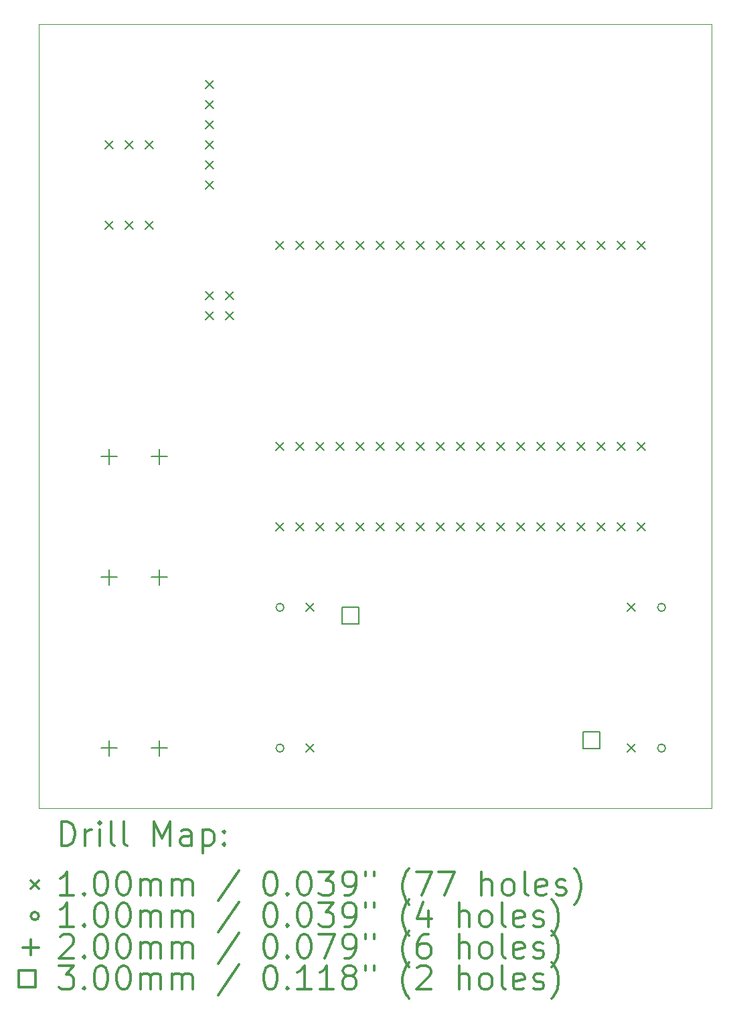
<source format=gbr>
%FSLAX45Y45*%
G04 Gerber Fmt 4.5, Leading zero omitted, Abs format (unit mm)*
G04 Created by KiCad (PCBNEW 5.1.9+dfsg1-1~bpo10+1) date 2025-10-28 22:17:01*
%MOMM*%
%LPD*%
G01*
G04 APERTURE LIST*
%TA.AperFunction,Profile*%
%ADD10C,0.050000*%
%TD*%
%ADD11C,0.200000*%
%ADD12C,0.300000*%
G04 APERTURE END LIST*
D10*
X10541000Y-2032000D02*
X2032000Y-2032000D01*
X10541000Y-11938000D02*
X10541000Y-2032000D01*
X2032000Y-11938000D02*
X10541000Y-11938000D01*
X2032000Y-2032000D02*
X2032000Y-11938000D01*
D11*
X2871000Y-3506000D02*
X2971000Y-3606000D01*
X2971000Y-3506000D02*
X2871000Y-3606000D01*
X2871000Y-4522000D02*
X2971000Y-4622000D01*
X2971000Y-4522000D02*
X2871000Y-4622000D01*
X3125000Y-3506000D02*
X3225000Y-3606000D01*
X3225000Y-3506000D02*
X3125000Y-3606000D01*
X3125000Y-4522000D02*
X3225000Y-4622000D01*
X3225000Y-4522000D02*
X3125000Y-4622000D01*
X3379000Y-3506000D02*
X3479000Y-3606000D01*
X3479000Y-3506000D02*
X3379000Y-3606000D01*
X3379000Y-4522000D02*
X3479000Y-4622000D01*
X3479000Y-4522000D02*
X3379000Y-4622000D01*
X4141000Y-2744000D02*
X4241000Y-2844000D01*
X4241000Y-2744000D02*
X4141000Y-2844000D01*
X4141000Y-2998000D02*
X4241000Y-3098000D01*
X4241000Y-2998000D02*
X4141000Y-3098000D01*
X4141000Y-3252000D02*
X4241000Y-3352000D01*
X4241000Y-3252000D02*
X4141000Y-3352000D01*
X4141000Y-3506000D02*
X4241000Y-3606000D01*
X4241000Y-3506000D02*
X4141000Y-3606000D01*
X4141000Y-3760000D02*
X4241000Y-3860000D01*
X4241000Y-3760000D02*
X4141000Y-3860000D01*
X4141000Y-4014000D02*
X4241000Y-4114000D01*
X4241000Y-4014000D02*
X4141000Y-4114000D01*
X4141000Y-5411000D02*
X4241000Y-5511000D01*
X4241000Y-5411000D02*
X4141000Y-5511000D01*
X4141000Y-5665000D02*
X4241000Y-5765000D01*
X4241000Y-5665000D02*
X4141000Y-5765000D01*
X4395000Y-5411000D02*
X4495000Y-5511000D01*
X4495000Y-5411000D02*
X4395000Y-5511000D01*
X4395000Y-5665000D02*
X4495000Y-5765000D01*
X4495000Y-5665000D02*
X4395000Y-5765000D01*
X5030000Y-4776000D02*
X5130000Y-4876000D01*
X5130000Y-4776000D02*
X5030000Y-4876000D01*
X5030000Y-7316000D02*
X5130000Y-7416000D01*
X5130000Y-7316000D02*
X5030000Y-7416000D01*
X5030000Y-8332000D02*
X5130000Y-8432000D01*
X5130000Y-8332000D02*
X5030000Y-8432000D01*
X5284000Y-4776000D02*
X5384000Y-4876000D01*
X5384000Y-4776000D02*
X5284000Y-4876000D01*
X5284000Y-7316000D02*
X5384000Y-7416000D01*
X5384000Y-7316000D02*
X5284000Y-7416000D01*
X5284000Y-8332000D02*
X5384000Y-8432000D01*
X5384000Y-8332000D02*
X5284000Y-8432000D01*
X5411000Y-9348000D02*
X5511000Y-9448000D01*
X5511000Y-9348000D02*
X5411000Y-9448000D01*
X5411000Y-11126000D02*
X5511000Y-11226000D01*
X5511000Y-11126000D02*
X5411000Y-11226000D01*
X5538000Y-4776000D02*
X5638000Y-4876000D01*
X5638000Y-4776000D02*
X5538000Y-4876000D01*
X5538000Y-7316000D02*
X5638000Y-7416000D01*
X5638000Y-7316000D02*
X5538000Y-7416000D01*
X5538000Y-8332000D02*
X5638000Y-8432000D01*
X5638000Y-8332000D02*
X5538000Y-8432000D01*
X5792000Y-4776000D02*
X5892000Y-4876000D01*
X5892000Y-4776000D02*
X5792000Y-4876000D01*
X5792000Y-7316000D02*
X5892000Y-7416000D01*
X5892000Y-7316000D02*
X5792000Y-7416000D01*
X5792000Y-8332000D02*
X5892000Y-8432000D01*
X5892000Y-8332000D02*
X5792000Y-8432000D01*
X6046000Y-4776000D02*
X6146000Y-4876000D01*
X6146000Y-4776000D02*
X6046000Y-4876000D01*
X6046000Y-7316000D02*
X6146000Y-7416000D01*
X6146000Y-7316000D02*
X6046000Y-7416000D01*
X6046000Y-8332000D02*
X6146000Y-8432000D01*
X6146000Y-8332000D02*
X6046000Y-8432000D01*
X6300000Y-4776000D02*
X6400000Y-4876000D01*
X6400000Y-4776000D02*
X6300000Y-4876000D01*
X6300000Y-7316000D02*
X6400000Y-7416000D01*
X6400000Y-7316000D02*
X6300000Y-7416000D01*
X6300000Y-8332000D02*
X6400000Y-8432000D01*
X6400000Y-8332000D02*
X6300000Y-8432000D01*
X6554000Y-4776000D02*
X6654000Y-4876000D01*
X6654000Y-4776000D02*
X6554000Y-4876000D01*
X6554000Y-7316000D02*
X6654000Y-7416000D01*
X6654000Y-7316000D02*
X6554000Y-7416000D01*
X6554000Y-8332000D02*
X6654000Y-8432000D01*
X6654000Y-8332000D02*
X6554000Y-8432000D01*
X6808000Y-4776000D02*
X6908000Y-4876000D01*
X6908000Y-4776000D02*
X6808000Y-4876000D01*
X6808000Y-7316000D02*
X6908000Y-7416000D01*
X6908000Y-7316000D02*
X6808000Y-7416000D01*
X6808000Y-8332000D02*
X6908000Y-8432000D01*
X6908000Y-8332000D02*
X6808000Y-8432000D01*
X7062000Y-4776000D02*
X7162000Y-4876000D01*
X7162000Y-4776000D02*
X7062000Y-4876000D01*
X7062000Y-7316000D02*
X7162000Y-7416000D01*
X7162000Y-7316000D02*
X7062000Y-7416000D01*
X7062000Y-8332000D02*
X7162000Y-8432000D01*
X7162000Y-8332000D02*
X7062000Y-8432000D01*
X7316000Y-4776000D02*
X7416000Y-4876000D01*
X7416000Y-4776000D02*
X7316000Y-4876000D01*
X7316000Y-7316000D02*
X7416000Y-7416000D01*
X7416000Y-7316000D02*
X7316000Y-7416000D01*
X7316000Y-8332000D02*
X7416000Y-8432000D01*
X7416000Y-8332000D02*
X7316000Y-8432000D01*
X7570000Y-4776000D02*
X7670000Y-4876000D01*
X7670000Y-4776000D02*
X7570000Y-4876000D01*
X7570000Y-7316000D02*
X7670000Y-7416000D01*
X7670000Y-7316000D02*
X7570000Y-7416000D01*
X7570000Y-8332000D02*
X7670000Y-8432000D01*
X7670000Y-8332000D02*
X7570000Y-8432000D01*
X7824000Y-4776000D02*
X7924000Y-4876000D01*
X7924000Y-4776000D02*
X7824000Y-4876000D01*
X7824000Y-7316000D02*
X7924000Y-7416000D01*
X7924000Y-7316000D02*
X7824000Y-7416000D01*
X7824000Y-8332000D02*
X7924000Y-8432000D01*
X7924000Y-8332000D02*
X7824000Y-8432000D01*
X8078000Y-4776000D02*
X8178000Y-4876000D01*
X8178000Y-4776000D02*
X8078000Y-4876000D01*
X8078000Y-7316000D02*
X8178000Y-7416000D01*
X8178000Y-7316000D02*
X8078000Y-7416000D01*
X8078000Y-8332000D02*
X8178000Y-8432000D01*
X8178000Y-8332000D02*
X8078000Y-8432000D01*
X8332000Y-4776000D02*
X8432000Y-4876000D01*
X8432000Y-4776000D02*
X8332000Y-4876000D01*
X8332000Y-7316000D02*
X8432000Y-7416000D01*
X8432000Y-7316000D02*
X8332000Y-7416000D01*
X8332000Y-8332000D02*
X8432000Y-8432000D01*
X8432000Y-8332000D02*
X8332000Y-8432000D01*
X8586000Y-4776000D02*
X8686000Y-4876000D01*
X8686000Y-4776000D02*
X8586000Y-4876000D01*
X8586000Y-7316000D02*
X8686000Y-7416000D01*
X8686000Y-7316000D02*
X8586000Y-7416000D01*
X8586000Y-8332000D02*
X8686000Y-8432000D01*
X8686000Y-8332000D02*
X8586000Y-8432000D01*
X8840000Y-4776000D02*
X8940000Y-4876000D01*
X8940000Y-4776000D02*
X8840000Y-4876000D01*
X8840000Y-7316000D02*
X8940000Y-7416000D01*
X8940000Y-7316000D02*
X8840000Y-7416000D01*
X8840000Y-8332000D02*
X8940000Y-8432000D01*
X8940000Y-8332000D02*
X8840000Y-8432000D01*
X9094000Y-4776000D02*
X9194000Y-4876000D01*
X9194000Y-4776000D02*
X9094000Y-4876000D01*
X9094000Y-7316000D02*
X9194000Y-7416000D01*
X9194000Y-7316000D02*
X9094000Y-7416000D01*
X9094000Y-8332000D02*
X9194000Y-8432000D01*
X9194000Y-8332000D02*
X9094000Y-8432000D01*
X9348000Y-4776000D02*
X9448000Y-4876000D01*
X9448000Y-4776000D02*
X9348000Y-4876000D01*
X9348000Y-7316000D02*
X9448000Y-7416000D01*
X9448000Y-7316000D02*
X9348000Y-7416000D01*
X9348000Y-8332000D02*
X9448000Y-8432000D01*
X9448000Y-8332000D02*
X9348000Y-8432000D01*
X9475000Y-9348000D02*
X9575000Y-9448000D01*
X9575000Y-9348000D02*
X9475000Y-9448000D01*
X9475000Y-11126000D02*
X9575000Y-11226000D01*
X9575000Y-11126000D02*
X9475000Y-11226000D01*
X9602000Y-4776000D02*
X9702000Y-4876000D01*
X9702000Y-4776000D02*
X9602000Y-4876000D01*
X9602000Y-7316000D02*
X9702000Y-7416000D01*
X9702000Y-7316000D02*
X9602000Y-7416000D01*
X9602000Y-8332000D02*
X9702000Y-8432000D01*
X9702000Y-8332000D02*
X9602000Y-8432000D01*
X5130038Y-9398000D02*
G75*
G03*
X5130038Y-9398000I-50038J0D01*
G01*
X5130038Y-11176000D02*
G75*
G03*
X5130038Y-11176000I-50038J0D01*
G01*
X9956038Y-9398000D02*
G75*
G03*
X9956038Y-9398000I-50038J0D01*
G01*
X9956038Y-11176000D02*
G75*
G03*
X9956038Y-11176000I-50038J0D01*
G01*
X2921000Y-7393051D02*
X2921000Y-7592949D01*
X2821051Y-7493000D02*
X3020949Y-7493000D01*
X2921000Y-8917051D02*
X2921000Y-9116949D01*
X2821051Y-9017000D02*
X3020949Y-9017000D01*
X2921000Y-11076051D02*
X2921000Y-11275949D01*
X2821051Y-11176000D02*
X3020949Y-11176000D01*
X3556000Y-7393051D02*
X3556000Y-7592949D01*
X3456051Y-7493000D02*
X3655949Y-7493000D01*
X3556000Y-8917051D02*
X3556000Y-9116949D01*
X3456051Y-9017000D02*
X3655949Y-9017000D01*
X3556000Y-11076051D02*
X3556000Y-11275949D01*
X3456051Y-11176000D02*
X3655949Y-11176000D01*
X6075067Y-9605667D02*
X6075067Y-9393533D01*
X5862933Y-9393533D01*
X5862933Y-9605667D01*
X6075067Y-9605667D01*
X9123067Y-11180467D02*
X9123067Y-10968333D01*
X8910933Y-10968333D01*
X8910933Y-11180467D01*
X9123067Y-11180467D01*
D12*
X2315928Y-12406214D02*
X2315928Y-12106214D01*
X2387357Y-12106214D01*
X2430214Y-12120500D01*
X2458786Y-12149071D01*
X2473071Y-12177643D01*
X2487357Y-12234786D01*
X2487357Y-12277643D01*
X2473071Y-12334786D01*
X2458786Y-12363357D01*
X2430214Y-12391929D01*
X2387357Y-12406214D01*
X2315928Y-12406214D01*
X2615928Y-12406214D02*
X2615928Y-12206214D01*
X2615928Y-12263357D02*
X2630214Y-12234786D01*
X2644500Y-12220500D01*
X2673071Y-12206214D01*
X2701643Y-12206214D01*
X2801643Y-12406214D02*
X2801643Y-12206214D01*
X2801643Y-12106214D02*
X2787357Y-12120500D01*
X2801643Y-12134786D01*
X2815928Y-12120500D01*
X2801643Y-12106214D01*
X2801643Y-12134786D01*
X2987357Y-12406214D02*
X2958786Y-12391929D01*
X2944500Y-12363357D01*
X2944500Y-12106214D01*
X3144500Y-12406214D02*
X3115928Y-12391929D01*
X3101643Y-12363357D01*
X3101643Y-12106214D01*
X3487357Y-12406214D02*
X3487357Y-12106214D01*
X3587357Y-12320500D01*
X3687357Y-12106214D01*
X3687357Y-12406214D01*
X3958786Y-12406214D02*
X3958786Y-12249071D01*
X3944500Y-12220500D01*
X3915928Y-12206214D01*
X3858786Y-12206214D01*
X3830214Y-12220500D01*
X3958786Y-12391929D02*
X3930214Y-12406214D01*
X3858786Y-12406214D01*
X3830214Y-12391929D01*
X3815928Y-12363357D01*
X3815928Y-12334786D01*
X3830214Y-12306214D01*
X3858786Y-12291929D01*
X3930214Y-12291929D01*
X3958786Y-12277643D01*
X4101643Y-12206214D02*
X4101643Y-12506214D01*
X4101643Y-12220500D02*
X4130214Y-12206214D01*
X4187357Y-12206214D01*
X4215928Y-12220500D01*
X4230214Y-12234786D01*
X4244500Y-12263357D01*
X4244500Y-12349071D01*
X4230214Y-12377643D01*
X4215928Y-12391929D01*
X4187357Y-12406214D01*
X4130214Y-12406214D01*
X4101643Y-12391929D01*
X4373071Y-12377643D02*
X4387357Y-12391929D01*
X4373071Y-12406214D01*
X4358786Y-12391929D01*
X4373071Y-12377643D01*
X4373071Y-12406214D01*
X4373071Y-12220500D02*
X4387357Y-12234786D01*
X4373071Y-12249071D01*
X4358786Y-12234786D01*
X4373071Y-12220500D01*
X4373071Y-12249071D01*
X1929500Y-12850500D02*
X2029500Y-12950500D01*
X2029500Y-12850500D02*
X1929500Y-12950500D01*
X2473071Y-13036214D02*
X2301643Y-13036214D01*
X2387357Y-13036214D02*
X2387357Y-12736214D01*
X2358786Y-12779071D01*
X2330214Y-12807643D01*
X2301643Y-12821929D01*
X2601643Y-13007643D02*
X2615928Y-13021929D01*
X2601643Y-13036214D01*
X2587357Y-13021929D01*
X2601643Y-13007643D01*
X2601643Y-13036214D01*
X2801643Y-12736214D02*
X2830214Y-12736214D01*
X2858786Y-12750500D01*
X2873071Y-12764786D01*
X2887357Y-12793357D01*
X2901643Y-12850500D01*
X2901643Y-12921929D01*
X2887357Y-12979071D01*
X2873071Y-13007643D01*
X2858786Y-13021929D01*
X2830214Y-13036214D01*
X2801643Y-13036214D01*
X2773071Y-13021929D01*
X2758786Y-13007643D01*
X2744500Y-12979071D01*
X2730214Y-12921929D01*
X2730214Y-12850500D01*
X2744500Y-12793357D01*
X2758786Y-12764786D01*
X2773071Y-12750500D01*
X2801643Y-12736214D01*
X3087357Y-12736214D02*
X3115928Y-12736214D01*
X3144500Y-12750500D01*
X3158786Y-12764786D01*
X3173071Y-12793357D01*
X3187357Y-12850500D01*
X3187357Y-12921929D01*
X3173071Y-12979071D01*
X3158786Y-13007643D01*
X3144500Y-13021929D01*
X3115928Y-13036214D01*
X3087357Y-13036214D01*
X3058786Y-13021929D01*
X3044500Y-13007643D01*
X3030214Y-12979071D01*
X3015928Y-12921929D01*
X3015928Y-12850500D01*
X3030214Y-12793357D01*
X3044500Y-12764786D01*
X3058786Y-12750500D01*
X3087357Y-12736214D01*
X3315928Y-13036214D02*
X3315928Y-12836214D01*
X3315928Y-12864786D02*
X3330214Y-12850500D01*
X3358786Y-12836214D01*
X3401643Y-12836214D01*
X3430214Y-12850500D01*
X3444500Y-12879071D01*
X3444500Y-13036214D01*
X3444500Y-12879071D02*
X3458786Y-12850500D01*
X3487357Y-12836214D01*
X3530214Y-12836214D01*
X3558786Y-12850500D01*
X3573071Y-12879071D01*
X3573071Y-13036214D01*
X3715928Y-13036214D02*
X3715928Y-12836214D01*
X3715928Y-12864786D02*
X3730214Y-12850500D01*
X3758786Y-12836214D01*
X3801643Y-12836214D01*
X3830214Y-12850500D01*
X3844500Y-12879071D01*
X3844500Y-13036214D01*
X3844500Y-12879071D02*
X3858786Y-12850500D01*
X3887357Y-12836214D01*
X3930214Y-12836214D01*
X3958786Y-12850500D01*
X3973071Y-12879071D01*
X3973071Y-13036214D01*
X4558786Y-12721929D02*
X4301643Y-13107643D01*
X4944500Y-12736214D02*
X4973071Y-12736214D01*
X5001643Y-12750500D01*
X5015928Y-12764786D01*
X5030214Y-12793357D01*
X5044500Y-12850500D01*
X5044500Y-12921929D01*
X5030214Y-12979071D01*
X5015928Y-13007643D01*
X5001643Y-13021929D01*
X4973071Y-13036214D01*
X4944500Y-13036214D01*
X4915928Y-13021929D01*
X4901643Y-13007643D01*
X4887357Y-12979071D01*
X4873071Y-12921929D01*
X4873071Y-12850500D01*
X4887357Y-12793357D01*
X4901643Y-12764786D01*
X4915928Y-12750500D01*
X4944500Y-12736214D01*
X5173071Y-13007643D02*
X5187357Y-13021929D01*
X5173071Y-13036214D01*
X5158786Y-13021929D01*
X5173071Y-13007643D01*
X5173071Y-13036214D01*
X5373071Y-12736214D02*
X5401643Y-12736214D01*
X5430214Y-12750500D01*
X5444500Y-12764786D01*
X5458786Y-12793357D01*
X5473071Y-12850500D01*
X5473071Y-12921929D01*
X5458786Y-12979071D01*
X5444500Y-13007643D01*
X5430214Y-13021929D01*
X5401643Y-13036214D01*
X5373071Y-13036214D01*
X5344500Y-13021929D01*
X5330214Y-13007643D01*
X5315928Y-12979071D01*
X5301643Y-12921929D01*
X5301643Y-12850500D01*
X5315928Y-12793357D01*
X5330214Y-12764786D01*
X5344500Y-12750500D01*
X5373071Y-12736214D01*
X5573071Y-12736214D02*
X5758786Y-12736214D01*
X5658786Y-12850500D01*
X5701643Y-12850500D01*
X5730214Y-12864786D01*
X5744500Y-12879071D01*
X5758786Y-12907643D01*
X5758786Y-12979071D01*
X5744500Y-13007643D01*
X5730214Y-13021929D01*
X5701643Y-13036214D01*
X5615928Y-13036214D01*
X5587357Y-13021929D01*
X5573071Y-13007643D01*
X5901643Y-13036214D02*
X5958786Y-13036214D01*
X5987357Y-13021929D01*
X6001643Y-13007643D01*
X6030214Y-12964786D01*
X6044500Y-12907643D01*
X6044500Y-12793357D01*
X6030214Y-12764786D01*
X6015928Y-12750500D01*
X5987357Y-12736214D01*
X5930214Y-12736214D01*
X5901643Y-12750500D01*
X5887357Y-12764786D01*
X5873071Y-12793357D01*
X5873071Y-12864786D01*
X5887357Y-12893357D01*
X5901643Y-12907643D01*
X5930214Y-12921929D01*
X5987357Y-12921929D01*
X6015928Y-12907643D01*
X6030214Y-12893357D01*
X6044500Y-12864786D01*
X6158786Y-12736214D02*
X6158786Y-12793357D01*
X6273071Y-12736214D02*
X6273071Y-12793357D01*
X6715928Y-13150500D02*
X6701643Y-13136214D01*
X6673071Y-13093357D01*
X6658786Y-13064786D01*
X6644500Y-13021929D01*
X6630214Y-12950500D01*
X6630214Y-12893357D01*
X6644500Y-12821929D01*
X6658786Y-12779071D01*
X6673071Y-12750500D01*
X6701643Y-12707643D01*
X6715928Y-12693357D01*
X6801643Y-12736214D02*
X7001643Y-12736214D01*
X6873071Y-13036214D01*
X7087357Y-12736214D02*
X7287357Y-12736214D01*
X7158786Y-13036214D01*
X7630214Y-13036214D02*
X7630214Y-12736214D01*
X7758786Y-13036214D02*
X7758786Y-12879071D01*
X7744500Y-12850500D01*
X7715928Y-12836214D01*
X7673071Y-12836214D01*
X7644500Y-12850500D01*
X7630214Y-12864786D01*
X7944500Y-13036214D02*
X7915928Y-13021929D01*
X7901643Y-13007643D01*
X7887357Y-12979071D01*
X7887357Y-12893357D01*
X7901643Y-12864786D01*
X7915928Y-12850500D01*
X7944500Y-12836214D01*
X7987357Y-12836214D01*
X8015928Y-12850500D01*
X8030214Y-12864786D01*
X8044500Y-12893357D01*
X8044500Y-12979071D01*
X8030214Y-13007643D01*
X8015928Y-13021929D01*
X7987357Y-13036214D01*
X7944500Y-13036214D01*
X8215928Y-13036214D02*
X8187357Y-13021929D01*
X8173071Y-12993357D01*
X8173071Y-12736214D01*
X8444500Y-13021929D02*
X8415928Y-13036214D01*
X8358786Y-13036214D01*
X8330214Y-13021929D01*
X8315928Y-12993357D01*
X8315928Y-12879071D01*
X8330214Y-12850500D01*
X8358786Y-12836214D01*
X8415928Y-12836214D01*
X8444500Y-12850500D01*
X8458786Y-12879071D01*
X8458786Y-12907643D01*
X8315928Y-12936214D01*
X8573071Y-13021929D02*
X8601643Y-13036214D01*
X8658786Y-13036214D01*
X8687357Y-13021929D01*
X8701643Y-12993357D01*
X8701643Y-12979071D01*
X8687357Y-12950500D01*
X8658786Y-12936214D01*
X8615928Y-12936214D01*
X8587357Y-12921929D01*
X8573071Y-12893357D01*
X8573071Y-12879071D01*
X8587357Y-12850500D01*
X8615928Y-12836214D01*
X8658786Y-12836214D01*
X8687357Y-12850500D01*
X8801643Y-13150500D02*
X8815928Y-13136214D01*
X8844500Y-13093357D01*
X8858786Y-13064786D01*
X8873071Y-13021929D01*
X8887357Y-12950500D01*
X8887357Y-12893357D01*
X8873071Y-12821929D01*
X8858786Y-12779071D01*
X8844500Y-12750500D01*
X8815928Y-12707643D01*
X8801643Y-12693357D01*
X2029500Y-13296500D02*
G75*
G03*
X2029500Y-13296500I-50038J0D01*
G01*
X2473071Y-13432214D02*
X2301643Y-13432214D01*
X2387357Y-13432214D02*
X2387357Y-13132214D01*
X2358786Y-13175071D01*
X2330214Y-13203643D01*
X2301643Y-13217929D01*
X2601643Y-13403643D02*
X2615928Y-13417929D01*
X2601643Y-13432214D01*
X2587357Y-13417929D01*
X2601643Y-13403643D01*
X2601643Y-13432214D01*
X2801643Y-13132214D02*
X2830214Y-13132214D01*
X2858786Y-13146500D01*
X2873071Y-13160786D01*
X2887357Y-13189357D01*
X2901643Y-13246500D01*
X2901643Y-13317929D01*
X2887357Y-13375071D01*
X2873071Y-13403643D01*
X2858786Y-13417929D01*
X2830214Y-13432214D01*
X2801643Y-13432214D01*
X2773071Y-13417929D01*
X2758786Y-13403643D01*
X2744500Y-13375071D01*
X2730214Y-13317929D01*
X2730214Y-13246500D01*
X2744500Y-13189357D01*
X2758786Y-13160786D01*
X2773071Y-13146500D01*
X2801643Y-13132214D01*
X3087357Y-13132214D02*
X3115928Y-13132214D01*
X3144500Y-13146500D01*
X3158786Y-13160786D01*
X3173071Y-13189357D01*
X3187357Y-13246500D01*
X3187357Y-13317929D01*
X3173071Y-13375071D01*
X3158786Y-13403643D01*
X3144500Y-13417929D01*
X3115928Y-13432214D01*
X3087357Y-13432214D01*
X3058786Y-13417929D01*
X3044500Y-13403643D01*
X3030214Y-13375071D01*
X3015928Y-13317929D01*
X3015928Y-13246500D01*
X3030214Y-13189357D01*
X3044500Y-13160786D01*
X3058786Y-13146500D01*
X3087357Y-13132214D01*
X3315928Y-13432214D02*
X3315928Y-13232214D01*
X3315928Y-13260786D02*
X3330214Y-13246500D01*
X3358786Y-13232214D01*
X3401643Y-13232214D01*
X3430214Y-13246500D01*
X3444500Y-13275071D01*
X3444500Y-13432214D01*
X3444500Y-13275071D02*
X3458786Y-13246500D01*
X3487357Y-13232214D01*
X3530214Y-13232214D01*
X3558786Y-13246500D01*
X3573071Y-13275071D01*
X3573071Y-13432214D01*
X3715928Y-13432214D02*
X3715928Y-13232214D01*
X3715928Y-13260786D02*
X3730214Y-13246500D01*
X3758786Y-13232214D01*
X3801643Y-13232214D01*
X3830214Y-13246500D01*
X3844500Y-13275071D01*
X3844500Y-13432214D01*
X3844500Y-13275071D02*
X3858786Y-13246500D01*
X3887357Y-13232214D01*
X3930214Y-13232214D01*
X3958786Y-13246500D01*
X3973071Y-13275071D01*
X3973071Y-13432214D01*
X4558786Y-13117929D02*
X4301643Y-13503643D01*
X4944500Y-13132214D02*
X4973071Y-13132214D01*
X5001643Y-13146500D01*
X5015928Y-13160786D01*
X5030214Y-13189357D01*
X5044500Y-13246500D01*
X5044500Y-13317929D01*
X5030214Y-13375071D01*
X5015928Y-13403643D01*
X5001643Y-13417929D01*
X4973071Y-13432214D01*
X4944500Y-13432214D01*
X4915928Y-13417929D01*
X4901643Y-13403643D01*
X4887357Y-13375071D01*
X4873071Y-13317929D01*
X4873071Y-13246500D01*
X4887357Y-13189357D01*
X4901643Y-13160786D01*
X4915928Y-13146500D01*
X4944500Y-13132214D01*
X5173071Y-13403643D02*
X5187357Y-13417929D01*
X5173071Y-13432214D01*
X5158786Y-13417929D01*
X5173071Y-13403643D01*
X5173071Y-13432214D01*
X5373071Y-13132214D02*
X5401643Y-13132214D01*
X5430214Y-13146500D01*
X5444500Y-13160786D01*
X5458786Y-13189357D01*
X5473071Y-13246500D01*
X5473071Y-13317929D01*
X5458786Y-13375071D01*
X5444500Y-13403643D01*
X5430214Y-13417929D01*
X5401643Y-13432214D01*
X5373071Y-13432214D01*
X5344500Y-13417929D01*
X5330214Y-13403643D01*
X5315928Y-13375071D01*
X5301643Y-13317929D01*
X5301643Y-13246500D01*
X5315928Y-13189357D01*
X5330214Y-13160786D01*
X5344500Y-13146500D01*
X5373071Y-13132214D01*
X5573071Y-13132214D02*
X5758786Y-13132214D01*
X5658786Y-13246500D01*
X5701643Y-13246500D01*
X5730214Y-13260786D01*
X5744500Y-13275071D01*
X5758786Y-13303643D01*
X5758786Y-13375071D01*
X5744500Y-13403643D01*
X5730214Y-13417929D01*
X5701643Y-13432214D01*
X5615928Y-13432214D01*
X5587357Y-13417929D01*
X5573071Y-13403643D01*
X5901643Y-13432214D02*
X5958786Y-13432214D01*
X5987357Y-13417929D01*
X6001643Y-13403643D01*
X6030214Y-13360786D01*
X6044500Y-13303643D01*
X6044500Y-13189357D01*
X6030214Y-13160786D01*
X6015928Y-13146500D01*
X5987357Y-13132214D01*
X5930214Y-13132214D01*
X5901643Y-13146500D01*
X5887357Y-13160786D01*
X5873071Y-13189357D01*
X5873071Y-13260786D01*
X5887357Y-13289357D01*
X5901643Y-13303643D01*
X5930214Y-13317929D01*
X5987357Y-13317929D01*
X6015928Y-13303643D01*
X6030214Y-13289357D01*
X6044500Y-13260786D01*
X6158786Y-13132214D02*
X6158786Y-13189357D01*
X6273071Y-13132214D02*
X6273071Y-13189357D01*
X6715928Y-13546500D02*
X6701643Y-13532214D01*
X6673071Y-13489357D01*
X6658786Y-13460786D01*
X6644500Y-13417929D01*
X6630214Y-13346500D01*
X6630214Y-13289357D01*
X6644500Y-13217929D01*
X6658786Y-13175071D01*
X6673071Y-13146500D01*
X6701643Y-13103643D01*
X6715928Y-13089357D01*
X6958786Y-13232214D02*
X6958786Y-13432214D01*
X6887357Y-13117929D02*
X6815928Y-13332214D01*
X7001643Y-13332214D01*
X7344500Y-13432214D02*
X7344500Y-13132214D01*
X7473071Y-13432214D02*
X7473071Y-13275071D01*
X7458786Y-13246500D01*
X7430214Y-13232214D01*
X7387357Y-13232214D01*
X7358786Y-13246500D01*
X7344500Y-13260786D01*
X7658786Y-13432214D02*
X7630214Y-13417929D01*
X7615928Y-13403643D01*
X7601643Y-13375071D01*
X7601643Y-13289357D01*
X7615928Y-13260786D01*
X7630214Y-13246500D01*
X7658786Y-13232214D01*
X7701643Y-13232214D01*
X7730214Y-13246500D01*
X7744500Y-13260786D01*
X7758786Y-13289357D01*
X7758786Y-13375071D01*
X7744500Y-13403643D01*
X7730214Y-13417929D01*
X7701643Y-13432214D01*
X7658786Y-13432214D01*
X7930214Y-13432214D02*
X7901643Y-13417929D01*
X7887357Y-13389357D01*
X7887357Y-13132214D01*
X8158786Y-13417929D02*
X8130214Y-13432214D01*
X8073071Y-13432214D01*
X8044500Y-13417929D01*
X8030214Y-13389357D01*
X8030214Y-13275071D01*
X8044500Y-13246500D01*
X8073071Y-13232214D01*
X8130214Y-13232214D01*
X8158786Y-13246500D01*
X8173071Y-13275071D01*
X8173071Y-13303643D01*
X8030214Y-13332214D01*
X8287357Y-13417929D02*
X8315928Y-13432214D01*
X8373071Y-13432214D01*
X8401643Y-13417929D01*
X8415928Y-13389357D01*
X8415928Y-13375071D01*
X8401643Y-13346500D01*
X8373071Y-13332214D01*
X8330214Y-13332214D01*
X8301643Y-13317929D01*
X8287357Y-13289357D01*
X8287357Y-13275071D01*
X8301643Y-13246500D01*
X8330214Y-13232214D01*
X8373071Y-13232214D01*
X8401643Y-13246500D01*
X8515928Y-13546500D02*
X8530214Y-13532214D01*
X8558786Y-13489357D01*
X8573071Y-13460786D01*
X8587357Y-13417929D01*
X8601643Y-13346500D01*
X8601643Y-13289357D01*
X8587357Y-13217929D01*
X8573071Y-13175071D01*
X8558786Y-13146500D01*
X8530214Y-13103643D01*
X8515928Y-13089357D01*
X1929551Y-13592551D02*
X1929551Y-13792449D01*
X1829602Y-13692500D02*
X2029500Y-13692500D01*
X2301643Y-13556786D02*
X2315928Y-13542500D01*
X2344500Y-13528214D01*
X2415928Y-13528214D01*
X2444500Y-13542500D01*
X2458786Y-13556786D01*
X2473071Y-13585357D01*
X2473071Y-13613929D01*
X2458786Y-13656786D01*
X2287357Y-13828214D01*
X2473071Y-13828214D01*
X2601643Y-13799643D02*
X2615928Y-13813929D01*
X2601643Y-13828214D01*
X2587357Y-13813929D01*
X2601643Y-13799643D01*
X2601643Y-13828214D01*
X2801643Y-13528214D02*
X2830214Y-13528214D01*
X2858786Y-13542500D01*
X2873071Y-13556786D01*
X2887357Y-13585357D01*
X2901643Y-13642500D01*
X2901643Y-13713929D01*
X2887357Y-13771071D01*
X2873071Y-13799643D01*
X2858786Y-13813929D01*
X2830214Y-13828214D01*
X2801643Y-13828214D01*
X2773071Y-13813929D01*
X2758786Y-13799643D01*
X2744500Y-13771071D01*
X2730214Y-13713929D01*
X2730214Y-13642500D01*
X2744500Y-13585357D01*
X2758786Y-13556786D01*
X2773071Y-13542500D01*
X2801643Y-13528214D01*
X3087357Y-13528214D02*
X3115928Y-13528214D01*
X3144500Y-13542500D01*
X3158786Y-13556786D01*
X3173071Y-13585357D01*
X3187357Y-13642500D01*
X3187357Y-13713929D01*
X3173071Y-13771071D01*
X3158786Y-13799643D01*
X3144500Y-13813929D01*
X3115928Y-13828214D01*
X3087357Y-13828214D01*
X3058786Y-13813929D01*
X3044500Y-13799643D01*
X3030214Y-13771071D01*
X3015928Y-13713929D01*
X3015928Y-13642500D01*
X3030214Y-13585357D01*
X3044500Y-13556786D01*
X3058786Y-13542500D01*
X3087357Y-13528214D01*
X3315928Y-13828214D02*
X3315928Y-13628214D01*
X3315928Y-13656786D02*
X3330214Y-13642500D01*
X3358786Y-13628214D01*
X3401643Y-13628214D01*
X3430214Y-13642500D01*
X3444500Y-13671071D01*
X3444500Y-13828214D01*
X3444500Y-13671071D02*
X3458786Y-13642500D01*
X3487357Y-13628214D01*
X3530214Y-13628214D01*
X3558786Y-13642500D01*
X3573071Y-13671071D01*
X3573071Y-13828214D01*
X3715928Y-13828214D02*
X3715928Y-13628214D01*
X3715928Y-13656786D02*
X3730214Y-13642500D01*
X3758786Y-13628214D01*
X3801643Y-13628214D01*
X3830214Y-13642500D01*
X3844500Y-13671071D01*
X3844500Y-13828214D01*
X3844500Y-13671071D02*
X3858786Y-13642500D01*
X3887357Y-13628214D01*
X3930214Y-13628214D01*
X3958786Y-13642500D01*
X3973071Y-13671071D01*
X3973071Y-13828214D01*
X4558786Y-13513929D02*
X4301643Y-13899643D01*
X4944500Y-13528214D02*
X4973071Y-13528214D01*
X5001643Y-13542500D01*
X5015928Y-13556786D01*
X5030214Y-13585357D01*
X5044500Y-13642500D01*
X5044500Y-13713929D01*
X5030214Y-13771071D01*
X5015928Y-13799643D01*
X5001643Y-13813929D01*
X4973071Y-13828214D01*
X4944500Y-13828214D01*
X4915928Y-13813929D01*
X4901643Y-13799643D01*
X4887357Y-13771071D01*
X4873071Y-13713929D01*
X4873071Y-13642500D01*
X4887357Y-13585357D01*
X4901643Y-13556786D01*
X4915928Y-13542500D01*
X4944500Y-13528214D01*
X5173071Y-13799643D02*
X5187357Y-13813929D01*
X5173071Y-13828214D01*
X5158786Y-13813929D01*
X5173071Y-13799643D01*
X5173071Y-13828214D01*
X5373071Y-13528214D02*
X5401643Y-13528214D01*
X5430214Y-13542500D01*
X5444500Y-13556786D01*
X5458786Y-13585357D01*
X5473071Y-13642500D01*
X5473071Y-13713929D01*
X5458786Y-13771071D01*
X5444500Y-13799643D01*
X5430214Y-13813929D01*
X5401643Y-13828214D01*
X5373071Y-13828214D01*
X5344500Y-13813929D01*
X5330214Y-13799643D01*
X5315928Y-13771071D01*
X5301643Y-13713929D01*
X5301643Y-13642500D01*
X5315928Y-13585357D01*
X5330214Y-13556786D01*
X5344500Y-13542500D01*
X5373071Y-13528214D01*
X5573071Y-13528214D02*
X5773071Y-13528214D01*
X5644500Y-13828214D01*
X5901643Y-13828214D02*
X5958786Y-13828214D01*
X5987357Y-13813929D01*
X6001643Y-13799643D01*
X6030214Y-13756786D01*
X6044500Y-13699643D01*
X6044500Y-13585357D01*
X6030214Y-13556786D01*
X6015928Y-13542500D01*
X5987357Y-13528214D01*
X5930214Y-13528214D01*
X5901643Y-13542500D01*
X5887357Y-13556786D01*
X5873071Y-13585357D01*
X5873071Y-13656786D01*
X5887357Y-13685357D01*
X5901643Y-13699643D01*
X5930214Y-13713929D01*
X5987357Y-13713929D01*
X6015928Y-13699643D01*
X6030214Y-13685357D01*
X6044500Y-13656786D01*
X6158786Y-13528214D02*
X6158786Y-13585357D01*
X6273071Y-13528214D02*
X6273071Y-13585357D01*
X6715928Y-13942500D02*
X6701643Y-13928214D01*
X6673071Y-13885357D01*
X6658786Y-13856786D01*
X6644500Y-13813929D01*
X6630214Y-13742500D01*
X6630214Y-13685357D01*
X6644500Y-13613929D01*
X6658786Y-13571071D01*
X6673071Y-13542500D01*
X6701643Y-13499643D01*
X6715928Y-13485357D01*
X6958786Y-13528214D02*
X6901643Y-13528214D01*
X6873071Y-13542500D01*
X6858786Y-13556786D01*
X6830214Y-13599643D01*
X6815928Y-13656786D01*
X6815928Y-13771071D01*
X6830214Y-13799643D01*
X6844500Y-13813929D01*
X6873071Y-13828214D01*
X6930214Y-13828214D01*
X6958786Y-13813929D01*
X6973071Y-13799643D01*
X6987357Y-13771071D01*
X6987357Y-13699643D01*
X6973071Y-13671071D01*
X6958786Y-13656786D01*
X6930214Y-13642500D01*
X6873071Y-13642500D01*
X6844500Y-13656786D01*
X6830214Y-13671071D01*
X6815928Y-13699643D01*
X7344500Y-13828214D02*
X7344500Y-13528214D01*
X7473071Y-13828214D02*
X7473071Y-13671071D01*
X7458786Y-13642500D01*
X7430214Y-13628214D01*
X7387357Y-13628214D01*
X7358786Y-13642500D01*
X7344500Y-13656786D01*
X7658786Y-13828214D02*
X7630214Y-13813929D01*
X7615928Y-13799643D01*
X7601643Y-13771071D01*
X7601643Y-13685357D01*
X7615928Y-13656786D01*
X7630214Y-13642500D01*
X7658786Y-13628214D01*
X7701643Y-13628214D01*
X7730214Y-13642500D01*
X7744500Y-13656786D01*
X7758786Y-13685357D01*
X7758786Y-13771071D01*
X7744500Y-13799643D01*
X7730214Y-13813929D01*
X7701643Y-13828214D01*
X7658786Y-13828214D01*
X7930214Y-13828214D02*
X7901643Y-13813929D01*
X7887357Y-13785357D01*
X7887357Y-13528214D01*
X8158786Y-13813929D02*
X8130214Y-13828214D01*
X8073071Y-13828214D01*
X8044500Y-13813929D01*
X8030214Y-13785357D01*
X8030214Y-13671071D01*
X8044500Y-13642500D01*
X8073071Y-13628214D01*
X8130214Y-13628214D01*
X8158786Y-13642500D01*
X8173071Y-13671071D01*
X8173071Y-13699643D01*
X8030214Y-13728214D01*
X8287357Y-13813929D02*
X8315928Y-13828214D01*
X8373071Y-13828214D01*
X8401643Y-13813929D01*
X8415928Y-13785357D01*
X8415928Y-13771071D01*
X8401643Y-13742500D01*
X8373071Y-13728214D01*
X8330214Y-13728214D01*
X8301643Y-13713929D01*
X8287357Y-13685357D01*
X8287357Y-13671071D01*
X8301643Y-13642500D01*
X8330214Y-13628214D01*
X8373071Y-13628214D01*
X8401643Y-13642500D01*
X8515928Y-13942500D02*
X8530214Y-13928214D01*
X8558786Y-13885357D01*
X8573071Y-13856786D01*
X8587357Y-13813929D01*
X8601643Y-13742500D01*
X8601643Y-13685357D01*
X8587357Y-13613929D01*
X8573071Y-13571071D01*
X8558786Y-13542500D01*
X8530214Y-13499643D01*
X8515928Y-13485357D01*
X1985567Y-14194567D02*
X1985567Y-13982433D01*
X1773433Y-13982433D01*
X1773433Y-14194567D01*
X1985567Y-14194567D01*
X2287357Y-13924214D02*
X2473071Y-13924214D01*
X2373071Y-14038500D01*
X2415928Y-14038500D01*
X2444500Y-14052786D01*
X2458786Y-14067071D01*
X2473071Y-14095643D01*
X2473071Y-14167071D01*
X2458786Y-14195643D01*
X2444500Y-14209929D01*
X2415928Y-14224214D01*
X2330214Y-14224214D01*
X2301643Y-14209929D01*
X2287357Y-14195643D01*
X2601643Y-14195643D02*
X2615928Y-14209929D01*
X2601643Y-14224214D01*
X2587357Y-14209929D01*
X2601643Y-14195643D01*
X2601643Y-14224214D01*
X2801643Y-13924214D02*
X2830214Y-13924214D01*
X2858786Y-13938500D01*
X2873071Y-13952786D01*
X2887357Y-13981357D01*
X2901643Y-14038500D01*
X2901643Y-14109929D01*
X2887357Y-14167071D01*
X2873071Y-14195643D01*
X2858786Y-14209929D01*
X2830214Y-14224214D01*
X2801643Y-14224214D01*
X2773071Y-14209929D01*
X2758786Y-14195643D01*
X2744500Y-14167071D01*
X2730214Y-14109929D01*
X2730214Y-14038500D01*
X2744500Y-13981357D01*
X2758786Y-13952786D01*
X2773071Y-13938500D01*
X2801643Y-13924214D01*
X3087357Y-13924214D02*
X3115928Y-13924214D01*
X3144500Y-13938500D01*
X3158786Y-13952786D01*
X3173071Y-13981357D01*
X3187357Y-14038500D01*
X3187357Y-14109929D01*
X3173071Y-14167071D01*
X3158786Y-14195643D01*
X3144500Y-14209929D01*
X3115928Y-14224214D01*
X3087357Y-14224214D01*
X3058786Y-14209929D01*
X3044500Y-14195643D01*
X3030214Y-14167071D01*
X3015928Y-14109929D01*
X3015928Y-14038500D01*
X3030214Y-13981357D01*
X3044500Y-13952786D01*
X3058786Y-13938500D01*
X3087357Y-13924214D01*
X3315928Y-14224214D02*
X3315928Y-14024214D01*
X3315928Y-14052786D02*
X3330214Y-14038500D01*
X3358786Y-14024214D01*
X3401643Y-14024214D01*
X3430214Y-14038500D01*
X3444500Y-14067071D01*
X3444500Y-14224214D01*
X3444500Y-14067071D02*
X3458786Y-14038500D01*
X3487357Y-14024214D01*
X3530214Y-14024214D01*
X3558786Y-14038500D01*
X3573071Y-14067071D01*
X3573071Y-14224214D01*
X3715928Y-14224214D02*
X3715928Y-14024214D01*
X3715928Y-14052786D02*
X3730214Y-14038500D01*
X3758786Y-14024214D01*
X3801643Y-14024214D01*
X3830214Y-14038500D01*
X3844500Y-14067071D01*
X3844500Y-14224214D01*
X3844500Y-14067071D02*
X3858786Y-14038500D01*
X3887357Y-14024214D01*
X3930214Y-14024214D01*
X3958786Y-14038500D01*
X3973071Y-14067071D01*
X3973071Y-14224214D01*
X4558786Y-13909929D02*
X4301643Y-14295643D01*
X4944500Y-13924214D02*
X4973071Y-13924214D01*
X5001643Y-13938500D01*
X5015928Y-13952786D01*
X5030214Y-13981357D01*
X5044500Y-14038500D01*
X5044500Y-14109929D01*
X5030214Y-14167071D01*
X5015928Y-14195643D01*
X5001643Y-14209929D01*
X4973071Y-14224214D01*
X4944500Y-14224214D01*
X4915928Y-14209929D01*
X4901643Y-14195643D01*
X4887357Y-14167071D01*
X4873071Y-14109929D01*
X4873071Y-14038500D01*
X4887357Y-13981357D01*
X4901643Y-13952786D01*
X4915928Y-13938500D01*
X4944500Y-13924214D01*
X5173071Y-14195643D02*
X5187357Y-14209929D01*
X5173071Y-14224214D01*
X5158786Y-14209929D01*
X5173071Y-14195643D01*
X5173071Y-14224214D01*
X5473071Y-14224214D02*
X5301643Y-14224214D01*
X5387357Y-14224214D02*
X5387357Y-13924214D01*
X5358786Y-13967071D01*
X5330214Y-13995643D01*
X5301643Y-14009929D01*
X5758786Y-14224214D02*
X5587357Y-14224214D01*
X5673071Y-14224214D02*
X5673071Y-13924214D01*
X5644500Y-13967071D01*
X5615928Y-13995643D01*
X5587357Y-14009929D01*
X5930214Y-14052786D02*
X5901643Y-14038500D01*
X5887357Y-14024214D01*
X5873071Y-13995643D01*
X5873071Y-13981357D01*
X5887357Y-13952786D01*
X5901643Y-13938500D01*
X5930214Y-13924214D01*
X5987357Y-13924214D01*
X6015928Y-13938500D01*
X6030214Y-13952786D01*
X6044500Y-13981357D01*
X6044500Y-13995643D01*
X6030214Y-14024214D01*
X6015928Y-14038500D01*
X5987357Y-14052786D01*
X5930214Y-14052786D01*
X5901643Y-14067071D01*
X5887357Y-14081357D01*
X5873071Y-14109929D01*
X5873071Y-14167071D01*
X5887357Y-14195643D01*
X5901643Y-14209929D01*
X5930214Y-14224214D01*
X5987357Y-14224214D01*
X6015928Y-14209929D01*
X6030214Y-14195643D01*
X6044500Y-14167071D01*
X6044500Y-14109929D01*
X6030214Y-14081357D01*
X6015928Y-14067071D01*
X5987357Y-14052786D01*
X6158786Y-13924214D02*
X6158786Y-13981357D01*
X6273071Y-13924214D02*
X6273071Y-13981357D01*
X6715928Y-14338500D02*
X6701643Y-14324214D01*
X6673071Y-14281357D01*
X6658786Y-14252786D01*
X6644500Y-14209929D01*
X6630214Y-14138500D01*
X6630214Y-14081357D01*
X6644500Y-14009929D01*
X6658786Y-13967071D01*
X6673071Y-13938500D01*
X6701643Y-13895643D01*
X6715928Y-13881357D01*
X6815928Y-13952786D02*
X6830214Y-13938500D01*
X6858786Y-13924214D01*
X6930214Y-13924214D01*
X6958786Y-13938500D01*
X6973071Y-13952786D01*
X6987357Y-13981357D01*
X6987357Y-14009929D01*
X6973071Y-14052786D01*
X6801643Y-14224214D01*
X6987357Y-14224214D01*
X7344500Y-14224214D02*
X7344500Y-13924214D01*
X7473071Y-14224214D02*
X7473071Y-14067071D01*
X7458786Y-14038500D01*
X7430214Y-14024214D01*
X7387357Y-14024214D01*
X7358786Y-14038500D01*
X7344500Y-14052786D01*
X7658786Y-14224214D02*
X7630214Y-14209929D01*
X7615928Y-14195643D01*
X7601643Y-14167071D01*
X7601643Y-14081357D01*
X7615928Y-14052786D01*
X7630214Y-14038500D01*
X7658786Y-14024214D01*
X7701643Y-14024214D01*
X7730214Y-14038500D01*
X7744500Y-14052786D01*
X7758786Y-14081357D01*
X7758786Y-14167071D01*
X7744500Y-14195643D01*
X7730214Y-14209929D01*
X7701643Y-14224214D01*
X7658786Y-14224214D01*
X7930214Y-14224214D02*
X7901643Y-14209929D01*
X7887357Y-14181357D01*
X7887357Y-13924214D01*
X8158786Y-14209929D02*
X8130214Y-14224214D01*
X8073071Y-14224214D01*
X8044500Y-14209929D01*
X8030214Y-14181357D01*
X8030214Y-14067071D01*
X8044500Y-14038500D01*
X8073071Y-14024214D01*
X8130214Y-14024214D01*
X8158786Y-14038500D01*
X8173071Y-14067071D01*
X8173071Y-14095643D01*
X8030214Y-14124214D01*
X8287357Y-14209929D02*
X8315928Y-14224214D01*
X8373071Y-14224214D01*
X8401643Y-14209929D01*
X8415928Y-14181357D01*
X8415928Y-14167071D01*
X8401643Y-14138500D01*
X8373071Y-14124214D01*
X8330214Y-14124214D01*
X8301643Y-14109929D01*
X8287357Y-14081357D01*
X8287357Y-14067071D01*
X8301643Y-14038500D01*
X8330214Y-14024214D01*
X8373071Y-14024214D01*
X8401643Y-14038500D01*
X8515928Y-14338500D02*
X8530214Y-14324214D01*
X8558786Y-14281357D01*
X8573071Y-14252786D01*
X8587357Y-14209929D01*
X8601643Y-14138500D01*
X8601643Y-14081357D01*
X8587357Y-14009929D01*
X8573071Y-13967071D01*
X8558786Y-13938500D01*
X8530214Y-13895643D01*
X8515928Y-13881357D01*
M02*

</source>
